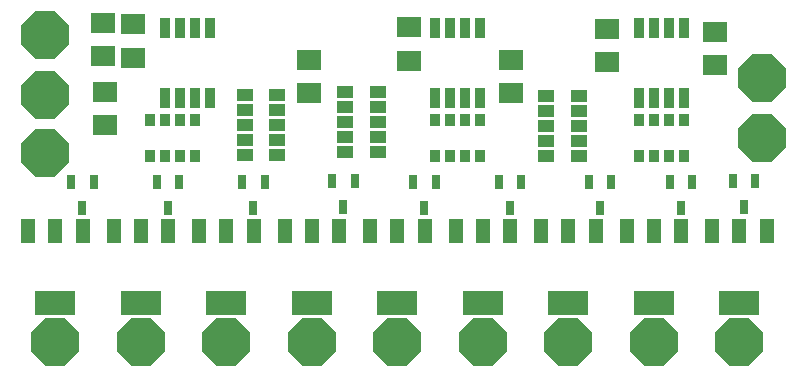
<source format=gbr>
G04 EAGLE Gerber RS-274X export*
G75*
%MOMM*%
%FSLAX34Y34*%
%LPD*%
%INSoldermask Top*%
%IPPOS*%
%AMOC8*
5,1,8,0,0,1.08239X$1,22.5*%
G01*
%ADD10R,2.003200X1.803200*%
%ADD11R,0.863600X1.727200*%
%ADD12R,0.913200X1.053200*%
%ADD13P,4.343848X8X202.500000*%
%ADD14P,4.343848X8X22.500000*%
%ADD15R,1.153200X2.103200*%
%ADD16R,3.453200X2.103200*%
%ADD17R,0.803200X1.253200*%
%ADD18R,1.353200X1.103200*%
%ADD19R,2.006200X1.803200*%


D10*
X372110Y261590D03*
X372110Y289590D03*
X199390Y234920D03*
X199390Y262920D03*
X543560Y261590D03*
X543560Y289590D03*
D11*
X250190Y257286D03*
X250190Y316754D03*
X262890Y257286D03*
X275590Y257286D03*
X262890Y316754D03*
X275590Y316754D03*
X288290Y257286D03*
X288290Y316754D03*
X478790Y257286D03*
X478790Y316754D03*
X491490Y257286D03*
X504190Y257286D03*
X491490Y316754D03*
X504190Y316754D03*
X516890Y257286D03*
X516890Y316754D03*
X651510Y257286D03*
X651510Y316754D03*
X664210Y257286D03*
X676910Y257286D03*
X664210Y316754D03*
X676910Y316754D03*
X689610Y257286D03*
X689610Y316754D03*
D12*
X237490Y208270D03*
X250190Y208270D03*
X262890Y208270D03*
X275590Y208270D03*
X237490Y238770D03*
X250190Y238770D03*
X262890Y238770D03*
X275590Y238770D03*
X478790Y208270D03*
X491490Y208270D03*
X504190Y208270D03*
X516890Y208270D03*
X478790Y238770D03*
X491490Y238770D03*
X504190Y238770D03*
X516890Y238770D03*
X651510Y208270D03*
X664210Y208270D03*
X676910Y208270D03*
X689610Y208270D03*
X651510Y238770D03*
X664210Y238770D03*
X676910Y238770D03*
X689610Y238770D03*
D13*
X157480Y50800D03*
X229870Y50800D03*
X302260Y50800D03*
D14*
X374650Y50800D03*
X447040Y50800D03*
X519430Y50800D03*
X591820Y50800D03*
X664210Y50800D03*
X736600Y50800D03*
D15*
X252870Y144800D03*
X229870Y144800D03*
X206870Y144800D03*
D16*
X229870Y83800D03*
D17*
X262230Y186260D03*
X243230Y186260D03*
X252730Y164260D03*
D15*
X180480Y144800D03*
X157480Y144800D03*
X134480Y144800D03*
D16*
X157480Y83800D03*
D17*
X189840Y186260D03*
X170840Y186260D03*
X180340Y164260D03*
D15*
X325260Y144800D03*
X302260Y144800D03*
X279260Y144800D03*
D16*
X302260Y83800D03*
D17*
X334620Y186260D03*
X315620Y186260D03*
X325120Y164260D03*
D15*
X470040Y144800D03*
X447040Y144800D03*
X424040Y144800D03*
D16*
X447040Y83800D03*
D17*
X479400Y186260D03*
X460400Y186260D03*
X469900Y164260D03*
D15*
X397650Y144800D03*
X374650Y144800D03*
X351650Y144800D03*
D16*
X374650Y83800D03*
D17*
X410820Y187530D03*
X391820Y187530D03*
X401320Y165530D03*
D15*
X542430Y144800D03*
X519430Y144800D03*
X496430Y144800D03*
D16*
X519430Y83800D03*
D17*
X551790Y186260D03*
X532790Y186260D03*
X542290Y164260D03*
D15*
X687210Y144800D03*
X664210Y144800D03*
X641210Y144800D03*
D16*
X664210Y83800D03*
D17*
X696570Y186260D03*
X677570Y186260D03*
X687070Y164260D03*
D15*
X614820Y144800D03*
X591820Y144800D03*
X568820Y144800D03*
D16*
X591820Y83800D03*
D17*
X627990Y186260D03*
X608990Y186260D03*
X618490Y164260D03*
D15*
X759600Y144800D03*
X736600Y144800D03*
X713600Y144800D03*
D16*
X736600Y83800D03*
D17*
X749910Y187530D03*
X730910Y187530D03*
X740410Y165530D03*
D14*
X755650Y274320D03*
X148590Y311150D03*
X148590Y260350D03*
X148590Y210820D03*
D18*
X345220Y209550D03*
X345220Y222250D03*
X345220Y234950D03*
X345220Y247650D03*
X345220Y260350D03*
X317720Y260350D03*
X317720Y247650D03*
X317720Y234950D03*
X317720Y222250D03*
X317720Y209550D03*
X430310Y212090D03*
X430310Y224790D03*
X430310Y237490D03*
X430310Y250190D03*
X430310Y262890D03*
X402810Y262890D03*
X402810Y250190D03*
X402810Y237490D03*
X402810Y224790D03*
X402810Y212090D03*
X600490Y208280D03*
X600490Y220980D03*
X600490Y233680D03*
X600490Y246380D03*
X600490Y259080D03*
X572990Y259080D03*
X572990Y246380D03*
X572990Y233680D03*
X572990Y220980D03*
X572990Y208280D03*
D19*
X223520Y291850D03*
X223520Y320290D03*
X198120Y293120D03*
X198120Y321560D03*
X457200Y289310D03*
X457200Y317750D03*
X624840Y288040D03*
X624840Y316480D03*
X716280Y285500D03*
X716280Y313940D03*
D14*
X755650Y223520D03*
M02*

</source>
